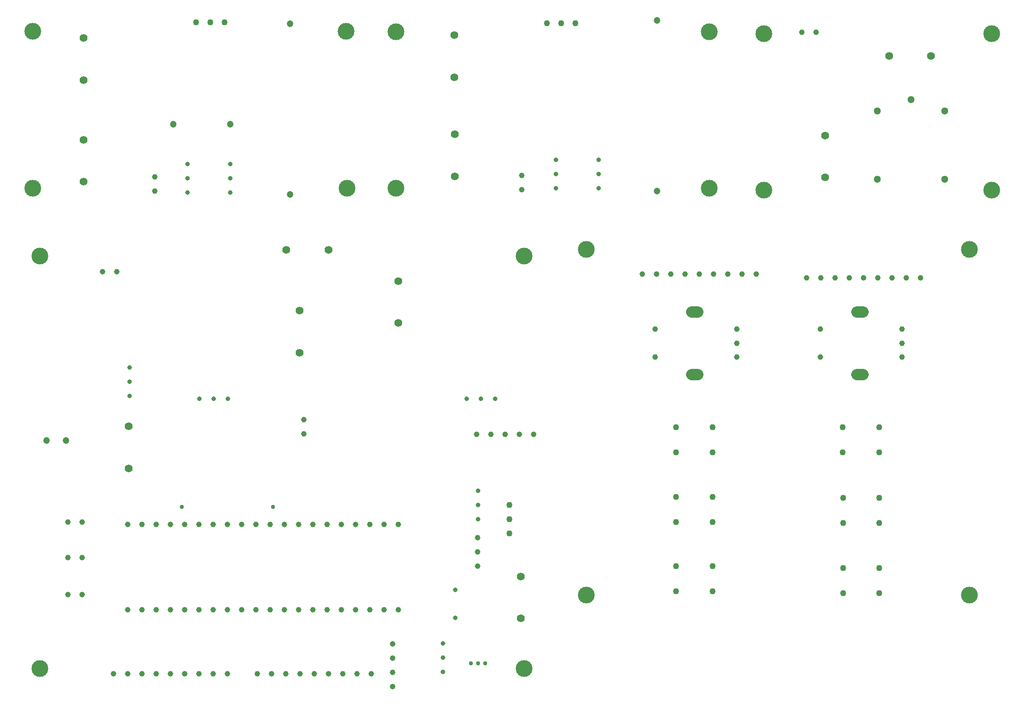
<source format=gbr>
%TF.GenerationSoftware,KiCad,Pcbnew,8.0.2*%
%TF.CreationDate,2025-05-09T17:21:59+03:00*%
%TF.ProjectId,Station,53746174-696f-46e2-9e6b-696361645f70,rev?*%
%TF.SameCoordinates,Original*%
%TF.FileFunction,Plated,1,2,PTH,Mixed*%
%TF.FilePolarity,Positive*%
%FSLAX46Y46*%
G04 Gerber Fmt 4.6, Leading zero omitted, Abs format (unit mm)*
G04 Created by KiCad (PCBNEW 8.0.2) date 2025-05-09 17:21:59*
%MOMM*%
%LPD*%
G01*
G04 APERTURE LIST*
%TA.AperFunction,ComponentDrill*%
%ADD10C,0.750000*%
%TD*%
%TA.AperFunction,ComponentDrill*%
%ADD11C,0.762000*%
%TD*%
%TA.AperFunction,ComponentDrill*%
%ADD12C,0.800000*%
%TD*%
%TA.AperFunction,ComponentDrill*%
%ADD13C,1.000000*%
%TD*%
%TA.AperFunction,ComponentDrill*%
%ADD14C,1.100000*%
%TD*%
%TA.AperFunction,ComponentDrill*%
%ADD15C,1.200000*%
%TD*%
%TA.AperFunction,ComponentDrill*%
%ADD16C,1.300000*%
%TD*%
%TA.AperFunction,ComponentDrill*%
%ADD17C,1.400000*%
%TD*%
G04 aperture for slot hole*
%TA.AperFunction,ComponentDrill*%
%ADD18C,2.000000*%
%TD*%
%TA.AperFunction,ViaDrill*%
%ADD19C,3.000000*%
%TD*%
G04 APERTURE END LIST*
D10*
%TO.C,U1*%
X105918000Y-136437000D03*
X107188000Y-136437000D03*
X108458000Y-136437000D03*
D11*
%TO.C,R100*%
X54356000Y-108458000D03*
X70612000Y-108458000D03*
D12*
%TO.C,RV5*%
X45054600Y-83578250D03*
X45054600Y-86118250D03*
X45054600Y-88658250D03*
%TO.C,U3*%
X55349500Y-47251500D03*
X55349500Y-49791500D03*
X55349500Y-52331500D03*
%TO.C,RV1*%
X57500600Y-89166250D03*
X60040600Y-89166250D03*
X62580600Y-89166250D03*
%TO.C,U3*%
X62969500Y-47251500D03*
X62969500Y-49791500D03*
X62969500Y-52331500D03*
%TO.C,RV4*%
X100913000Y-132887000D03*
X100913000Y-135427000D03*
X100913000Y-137967000D03*
%TO.C,C8*%
X103124000Y-123330000D03*
X103124000Y-128330000D03*
%TO.C,RV2*%
X105185600Y-89184750D03*
%TO.C,RV6*%
X107188000Y-105585750D03*
X107188000Y-108125750D03*
X107188000Y-110665750D03*
%TO.C,RV2*%
X107725600Y-89184750D03*
X110265600Y-89184750D03*
%TO.C,U6*%
X121031250Y-46482000D03*
X121031250Y-49022000D03*
X121031250Y-51562000D03*
X128651250Y-46482000D03*
X128651250Y-49022000D03*
X128651250Y-51562000D03*
D13*
%TO.C,J6*%
X34036000Y-111188000D03*
%TO.C,J24*%
X34041000Y-117514000D03*
%TO.C,J8*%
X34041000Y-124118000D03*
%TO.C,J6*%
X36576000Y-111188000D03*
%TO.C,J24*%
X36581000Y-117514000D03*
%TO.C,J8*%
X36581000Y-124118000D03*
%TO.C,J23*%
X40229350Y-66465000D03*
%TO.C,J15*%
X42135100Y-138249750D03*
%TO.C,J23*%
X42769350Y-66465000D03*
%TO.C,U8*%
X44675100Y-111579750D03*
X44675100Y-126819750D03*
%TO.C,J15*%
X44675100Y-138249750D03*
%TO.C,U8*%
X47215100Y-111579750D03*
X47215100Y-126819750D03*
%TO.C,J15*%
X47215100Y-138249750D03*
%TO.C,J7*%
X49547500Y-49542500D03*
X49547500Y-52082500D03*
%TO.C,U8*%
X49755100Y-111579750D03*
X49755100Y-126819750D03*
%TO.C,J15*%
X49755100Y-138249750D03*
%TO.C,U8*%
X52295100Y-111579750D03*
X52295100Y-126819750D03*
%TO.C,J15*%
X52295100Y-138249750D03*
%TO.C,U8*%
X54835100Y-111579750D03*
X54835100Y-126819750D03*
%TO.C,J15*%
X54835100Y-138249750D03*
%TO.C,U8*%
X57375100Y-111579750D03*
X57375100Y-126819750D03*
%TO.C,J15*%
X57375100Y-138249750D03*
%TO.C,U8*%
X59915100Y-111579750D03*
X59915100Y-126819750D03*
%TO.C,J15*%
X59915100Y-138249750D03*
%TO.C,U8*%
X62455100Y-111579750D03*
X62455100Y-126819750D03*
%TO.C,J15*%
X62455100Y-138249750D03*
%TO.C,U8*%
X64995100Y-111579750D03*
X64995100Y-126819750D03*
X67535100Y-111579750D03*
X67535100Y-126819750D03*
%TO.C,J13*%
X67789100Y-138249750D03*
%TO.C,U8*%
X70075100Y-111579750D03*
X70075100Y-126819750D03*
%TO.C,J13*%
X70329100Y-138249750D03*
%TO.C,U8*%
X72615100Y-111579750D03*
X72615100Y-126819750D03*
%TO.C,J13*%
X72869100Y-138249750D03*
%TO.C,U8*%
X75155100Y-111579750D03*
X75155100Y-126819750D03*
%TO.C,J13*%
X75409100Y-138249750D03*
%TO.C,J1*%
X76102600Y-92872750D03*
X76102600Y-95412750D03*
%TO.C,U8*%
X77695100Y-111579750D03*
X77695100Y-126819750D03*
%TO.C,J13*%
X77949100Y-138249750D03*
%TO.C,U8*%
X80235100Y-111579750D03*
X80235100Y-126819750D03*
%TO.C,J13*%
X80489100Y-138249750D03*
%TO.C,U8*%
X82775100Y-111579750D03*
X82775100Y-126819750D03*
%TO.C,J13*%
X83029100Y-138249750D03*
%TO.C,U8*%
X85315100Y-111579750D03*
X85315100Y-126819750D03*
%TO.C,J13*%
X85569100Y-138249750D03*
%TO.C,U8*%
X87855100Y-111579750D03*
X87855100Y-126819750D03*
%TO.C,J13*%
X88109100Y-138249750D03*
%TO.C,U8*%
X90395100Y-111579750D03*
X90395100Y-126819750D03*
%TO.C,J2*%
X91919100Y-132915750D03*
X91919100Y-135455750D03*
X91919100Y-137995750D03*
X91919100Y-140535750D03*
%TO.C,U8*%
X92935100Y-111579750D03*
X92935100Y-126819750D03*
%TO.C,J21*%
X106963600Y-95534750D03*
%TO.C,J40*%
X107062100Y-113952750D03*
X107062100Y-116492750D03*
X107062100Y-119032750D03*
%TO.C,J21*%
X109503600Y-95534750D03*
X112043600Y-95534750D03*
X114583600Y-95534750D03*
%TO.C,J9*%
X114960250Y-49261000D03*
X114960250Y-51801000D03*
%TO.C,J21*%
X117123600Y-95534750D03*
%TO.C,J14*%
X136519000Y-66933000D03*
%TO.C,SW4*%
X138800000Y-76765000D03*
X138800000Y-81765000D03*
%TO.C,J14*%
X139059000Y-66933000D03*
X141599000Y-66933000D03*
X144139000Y-66933000D03*
X146679000Y-66933000D03*
X149219000Y-66933000D03*
X151759000Y-66933000D03*
%TO.C,SW4*%
X153300000Y-76765000D03*
X153300000Y-79265000D03*
X153300000Y-81765000D03*
%TO.C,J14*%
X154299000Y-66933000D03*
X156839000Y-66933000D03*
%TO.C,J25*%
X164942000Y-23689000D03*
%TO.C,J3*%
X165760000Y-67543000D03*
%TO.C,J25*%
X167482000Y-23689000D03*
%TO.C,SW1*%
X168264000Y-76752000D03*
X168264000Y-81752000D03*
%TO.C,J3*%
X168300000Y-67543000D03*
X170840000Y-67543000D03*
X173380000Y-67543000D03*
X175920000Y-67543000D03*
X178460000Y-67543000D03*
X181000000Y-67543000D03*
%TO.C,SW1*%
X182764000Y-76752000D03*
X182764000Y-79252000D03*
X182764000Y-81752000D03*
%TO.C,J3*%
X183540000Y-67543000D03*
X186080000Y-67543000D03*
D14*
%TO.C,Q5*%
X56888500Y-21963500D03*
X59428500Y-21963500D03*
X61968500Y-21963500D03*
%TO.C,Q10*%
X112776000Y-108137000D03*
X112776000Y-110677000D03*
X112776000Y-113217000D03*
%TO.C,Q7*%
X119425250Y-22083000D03*
X121965250Y-22083000D03*
X124505250Y-22083000D03*
%TO.C,SW5*%
X142494000Y-94234000D03*
X142494000Y-98734000D03*
%TO.C,SW6*%
X142494000Y-106680000D03*
X142494000Y-111180000D03*
%TO.C,SW8*%
X142494000Y-119090000D03*
X142494000Y-123590000D03*
%TO.C,SW5*%
X148994000Y-94234000D03*
X148994000Y-98734000D03*
%TO.C,SW6*%
X148994000Y-106680000D03*
X148994000Y-111180000D03*
%TO.C,SW8*%
X148994000Y-119090000D03*
X148994000Y-123590000D03*
%TO.C,SW7*%
X172212000Y-94234000D03*
X172212000Y-98734000D03*
%TO.C,SW3*%
X172250000Y-106898000D03*
X172250000Y-111398000D03*
%TO.C,SW2*%
X172250000Y-119380000D03*
X172250000Y-123880000D03*
%TO.C,SW7*%
X178712000Y-94234000D03*
X178712000Y-98734000D03*
%TO.C,SW3*%
X178750000Y-106898000D03*
X178750000Y-111398000D03*
%TO.C,SW2*%
X178750000Y-119380000D03*
X178750000Y-123880000D03*
D15*
%TO.C,J16*%
X30197100Y-96593750D03*
X33697100Y-96593750D03*
%TO.C,D7*%
X52824500Y-40124500D03*
X62984500Y-40124500D03*
%TO.C,R34*%
X73652500Y-22222500D03*
X73652500Y-52702500D03*
%TO.C,R45*%
X139065250Y-21580000D03*
X139065250Y-52060000D03*
D16*
%TO.C,K1*%
X178404000Y-37786000D03*
X178404000Y-49986000D03*
X184404000Y-35786000D03*
X190404000Y-37786000D03*
X190404000Y-49986000D03*
D17*
%TO.C,J5*%
X36822500Y-24757500D03*
X36822500Y-32257500D03*
%TO.C,J4*%
X36822500Y-42918500D03*
X36822500Y-50418500D03*
%TO.C,J17*%
X44889600Y-94113750D03*
X44889600Y-101613750D03*
%TO.C,J18*%
X72987600Y-62546500D03*
%TO.C,J20*%
X75340600Y-73436750D03*
X75340600Y-80936750D03*
%TO.C,J18*%
X80487600Y-62546500D03*
%TO.C,J19*%
X92954100Y-68162750D03*
X92954100Y-75662750D03*
%TO.C,J11*%
X102957750Y-24235000D03*
X102957750Y-31735000D03*
%TO.C,J10*%
X102997250Y-41955000D03*
X102997250Y-49455000D03*
%TO.C,J22*%
X114808000Y-120897000D03*
X114808000Y-128397000D03*
%TO.C,J12*%
X169093500Y-42164000D03*
X169093500Y-49664000D03*
%TO.C,J26*%
X180496000Y-27967500D03*
X187996000Y-27967500D03*
D18*
%TO.C,SW4*%
X145250000Y-73665000D02*
X146350000Y-73665000D01*
X145250000Y-84865000D02*
X146350000Y-84865000D01*
%TO.C,SW1*%
X174714000Y-73652000D02*
X175814000Y-73652000D01*
X174714000Y-84852000D02*
X175814000Y-84852000D01*
%TD*%
D19*
X27773000Y-23555250D03*
X27773000Y-51554500D03*
X29053350Y-63666000D03*
X29053350Y-137326000D03*
X83653000Y-23555250D03*
X83788250Y-51554500D03*
X92574750Y-23640500D03*
X92574750Y-51580500D03*
X115413350Y-63666000D03*
X115413350Y-137326000D03*
X126492000Y-62484000D03*
X126492000Y-124206000D03*
X148454750Y-23640500D03*
X148454750Y-51580500D03*
X158116500Y-23951000D03*
X158116500Y-51891000D03*
X194818000Y-62484000D03*
X194818000Y-124206000D03*
X198756500Y-23951000D03*
X198756500Y-51891000D03*
M02*

</source>
